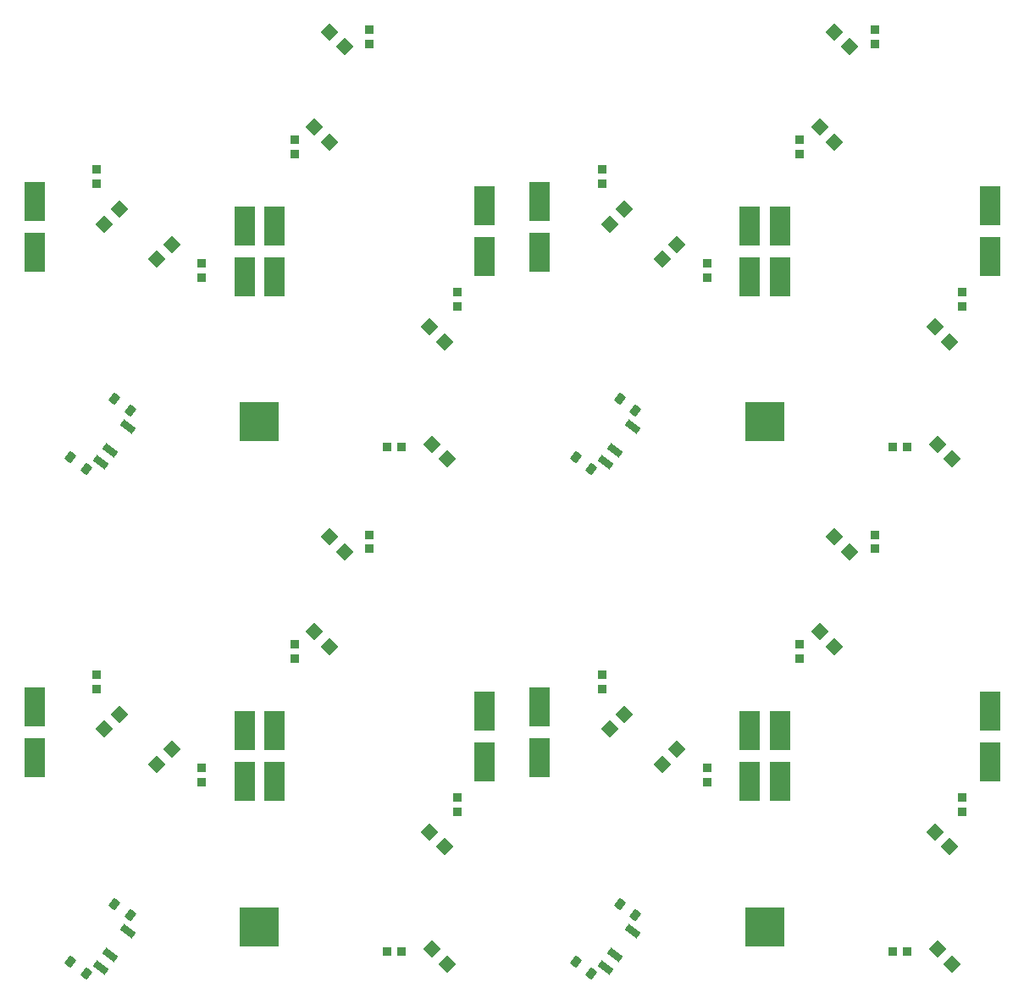
<source format=gtp>
G04*
G04 #@! TF.GenerationSoftware,Altium Limited,Altium Designer,23.1.1 (15)*
G04*
G04 Layer_Color=8421504*
%FSLAX25Y25*%
%MOIN*%
G70*
G04*
G04 #@! TF.SameCoordinates,F91F9CD3-C7A0-4A43-B12F-26B318A194AE*
G04*
G04*
G04 #@! TF.FilePolarity,Positive*
G04*
G01*
G75*
%ADD10R,0.15590X0.15590*%
G04:AMPARAMS|DCode=11|XSize=27.56mil|YSize=59.06mil|CornerRadius=0mil|HoleSize=0mil|Usage=FLASHONLY|Rotation=233.000|XOffset=0mil|YOffset=0mil|HoleType=Round|Shape=Rectangle|*
%AMROTATEDRECTD11*
4,1,4,-0.01529,0.02878,0.03188,-0.00677,0.01529,-0.02878,-0.03188,0.00677,-0.01529,0.02878,0.0*
%
%ADD11ROTATEDRECTD11*%

G04:AMPARAMS|DCode=12|XSize=39.37mil|YSize=31.5mil|CornerRadius=0mil|HoleSize=0mil|Usage=FLASHONLY|Rotation=233.000|XOffset=0mil|YOffset=0mil|HoleType=Round|Shape=Rectangle|*
%AMROTATEDRECTD12*
4,1,4,-0.00073,0.02520,0.02442,0.00624,0.00073,-0.02520,-0.02442,-0.00624,-0.00073,0.02520,0.0*
%
%ADD12ROTATEDRECTD12*%

%ADD13R,0.03788X0.03681*%
%ADD14R,0.07874X0.15748*%
%ADD15P,0.06681X4X360.0*%
%ADD16P,0.06681X4X90.0*%
%ADD17R,0.03681X0.03788*%
D10*
X194488Y123622D02*
D03*
X393307D02*
D03*
X194488Y322441D02*
D03*
X393307D02*
D03*
D11*
X135604Y112401D02*
D03*
X132050Y107685D02*
D03*
X142712Y121834D02*
D03*
X334423Y112401D02*
D03*
X330869Y107685D02*
D03*
X341531Y121834D02*
D03*
X135604Y311220D02*
D03*
X132050Y306504D02*
D03*
X142712Y320653D02*
D03*
X334423Y311220D02*
D03*
X330869Y306504D02*
D03*
X341531Y320653D02*
D03*
D12*
X143561Y128096D02*
D03*
X126265Y105143D02*
D03*
X137493Y132669D02*
D03*
X120197Y109716D02*
D03*
X342380Y128096D02*
D03*
X325084Y105143D02*
D03*
X336312Y132669D02*
D03*
X319016Y109716D02*
D03*
X143561Y326915D02*
D03*
X126265Y303962D02*
D03*
X137493Y331487D02*
D03*
X120197Y308535D02*
D03*
X342380Y326915D02*
D03*
X325084Y303962D02*
D03*
X336312Y331487D02*
D03*
X319016Y308535D02*
D03*
D13*
X272244Y174667D02*
D03*
Y169034D02*
D03*
X208268Y234706D02*
D03*
Y229073D02*
D03*
X171792Y186114D02*
D03*
Y180481D02*
D03*
X130512Y217262D02*
D03*
Y222895D02*
D03*
X237795Y278013D02*
D03*
Y272380D02*
D03*
X471063Y174667D02*
D03*
Y169034D02*
D03*
X407087Y234706D02*
D03*
Y229073D02*
D03*
X370610Y186114D02*
D03*
Y180481D02*
D03*
X329331Y217262D02*
D03*
Y222895D02*
D03*
X436614Y278013D02*
D03*
Y272380D02*
D03*
X272244Y373486D02*
D03*
Y367853D02*
D03*
X208268Y433525D02*
D03*
Y427892D02*
D03*
X171792Y384933D02*
D03*
Y379300D02*
D03*
X130512Y416081D02*
D03*
Y421714D02*
D03*
X237795Y476832D02*
D03*
Y471199D02*
D03*
X471063Y373486D02*
D03*
Y367853D02*
D03*
X407087Y433525D02*
D03*
Y427892D02*
D03*
X370610Y384933D02*
D03*
Y379300D02*
D03*
X329331Y416081D02*
D03*
Y421714D02*
D03*
X436614Y476832D02*
D03*
Y471199D02*
D03*
D14*
X200394Y180709D02*
D03*
Y200709D02*
D03*
X188583Y180709D02*
D03*
Y200709D02*
D03*
X283071Y208583D02*
D03*
Y188583D02*
D03*
X105905Y190236D02*
D03*
Y210236D02*
D03*
X399213Y180709D02*
D03*
Y200709D02*
D03*
X387402Y180709D02*
D03*
Y200709D02*
D03*
X481890Y208583D02*
D03*
Y188583D02*
D03*
X304724Y190236D02*
D03*
Y210236D02*
D03*
X200394Y379528D02*
D03*
Y399528D02*
D03*
X188583Y379528D02*
D03*
Y399528D02*
D03*
X283071Y407402D02*
D03*
Y387402D02*
D03*
X105905Y389055D02*
D03*
Y409055D02*
D03*
X399213Y379528D02*
D03*
Y399528D02*
D03*
X387402Y379528D02*
D03*
Y399528D02*
D03*
X481890Y407402D02*
D03*
Y387402D02*
D03*
X304724Y389055D02*
D03*
Y409055D02*
D03*
D15*
X227893Y271319D02*
D03*
X222047Y277165D02*
D03*
Y233858D02*
D03*
X216201Y239704D02*
D03*
X268277Y108888D02*
D03*
X262431Y114734D02*
D03*
X267264Y155177D02*
D03*
X261417Y161024D02*
D03*
X426712Y271319D02*
D03*
X420866Y277165D02*
D03*
Y233858D02*
D03*
X415020Y239704D02*
D03*
X467096Y108888D02*
D03*
X461250Y114734D02*
D03*
X466082Y155177D02*
D03*
X460236Y161024D02*
D03*
X227893Y470138D02*
D03*
X222047Y475984D02*
D03*
Y432677D02*
D03*
X216201Y438523D02*
D03*
X268277Y307707D02*
D03*
X262431Y313553D02*
D03*
X267264Y353996D02*
D03*
X261417Y359842D02*
D03*
X426712Y470138D02*
D03*
X420866Y475984D02*
D03*
Y432677D02*
D03*
X415020Y438523D02*
D03*
X467096Y307707D02*
D03*
X461250Y313553D02*
D03*
X466082Y353996D02*
D03*
X460236Y359842D02*
D03*
D16*
X160010Y193474D02*
D03*
X154164Y187628D02*
D03*
X133494Y201408D02*
D03*
X139340Y207254D02*
D03*
X358829Y193474D02*
D03*
X352982Y187628D02*
D03*
X332313Y201408D02*
D03*
X338159Y207254D02*
D03*
X160010Y392293D02*
D03*
X154164Y386447D02*
D03*
X133494Y400226D02*
D03*
X139340Y406073D02*
D03*
X358829Y392293D02*
D03*
X352982Y386447D02*
D03*
X332313Y400226D02*
D03*
X338159Y406073D02*
D03*
D17*
X250454Y113779D02*
D03*
X244821D02*
D03*
X449273D02*
D03*
X443640D02*
D03*
X250454Y312598D02*
D03*
X244821D02*
D03*
X449273D02*
D03*
X443640D02*
D03*
M02*

</source>
